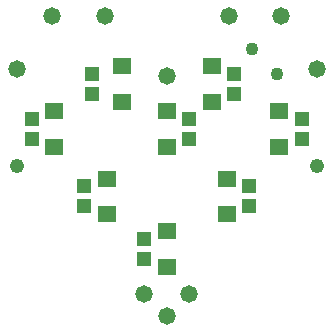
<source format=gts>
G75*
%MOIN*%
%OFA0B0*%
%FSLAX25Y25*%
%IPPOS*%
%LPD*%
%AMOC8*
5,1,8,0,0,1.08239X$1,22.5*
%
%ADD10C,0.05800*%
%ADD11C,0.04800*%
%ADD12R,0.06312X0.05524*%
%ADD13R,0.04737X0.05131*%
%ADD14C,0.04343*%
D10*
X0188333Y0098750D03*
X0180833Y0106250D03*
X0195833Y0106250D03*
X0188333Y0178750D03*
X0167708Y0198750D03*
X0150208Y0198750D03*
X0138333Y0181250D03*
X0208958Y0198750D03*
X0226458Y0198750D03*
X0238333Y0181250D03*
D11*
X0238333Y0148750D03*
X0138333Y0148750D03*
D12*
X0150833Y0155344D03*
X0168333Y0144656D03*
X0188333Y0155344D03*
X0208333Y0144656D03*
X0225833Y0155344D03*
X0225833Y0167156D03*
X0203333Y0170344D03*
X0188333Y0167156D03*
X0173333Y0170344D03*
X0150833Y0167156D03*
X0173333Y0182156D03*
X0203333Y0182156D03*
X0208333Y0132844D03*
X0188333Y0127156D03*
X0168333Y0132844D03*
X0188333Y0115344D03*
D13*
X0180833Y0117904D03*
X0180833Y0124596D03*
X0160833Y0135404D03*
X0160833Y0142096D03*
X0143333Y0157904D03*
X0143333Y0164596D03*
X0163333Y0172904D03*
X0163333Y0179596D03*
X0195833Y0164596D03*
X0195833Y0157904D03*
X0215833Y0142096D03*
X0215833Y0135404D03*
X0233333Y0157904D03*
X0233333Y0164596D03*
X0210833Y0172904D03*
X0210833Y0179596D03*
D14*
X0225009Y0179574D03*
X0216658Y0187926D03*
M02*

</source>
